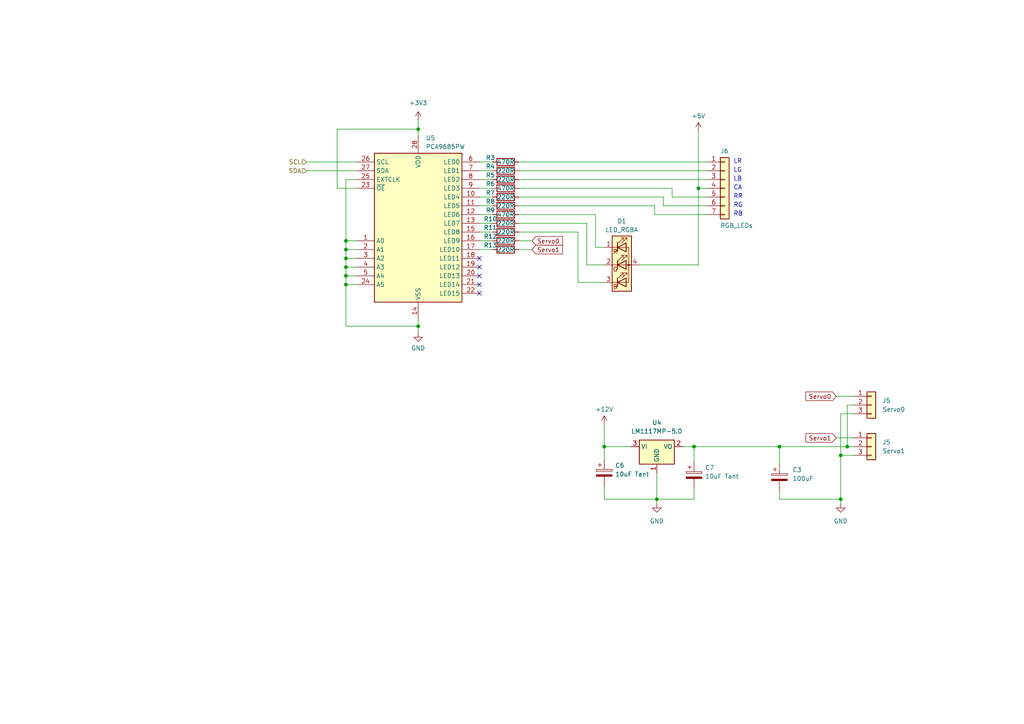
<source format=kicad_sch>
(kicad_sch (version 20230121) (generator eeschema)
  (paper "A4")
  (lib_symbols
    (symbol "Connector_Generic:Conn_01x03" (pin_names (offset 1.016) hide)
      (property "Reference" "J" (at 0 5.08 0))
      (property "Value" "Conn_01x03" (at 0 -5.08 0))
      (symbol "Conn_01x03_1_1"
        (rectangle (start -1.27 -2.413) (end 0 -2.667) (stroke (width 0.1524)))
        (rectangle (start -1.27 0.127) (end 0 -0.127) (stroke (width 0.1524)))
        (rectangle (start -1.27 2.667) (end 0 2.413) (stroke (width 0.1524)))
        (rectangle (start -1.27 3.81) (end 1.27 -3.81) (stroke (width 0.254)) (fill (type background)))
        (pin passive line (at -5.08 2.54 0) (length 3.81) (name "Pin_1") (number "1"))
        (pin passive line (at -5.08 0 0) (length 3.81) (name "Pin_2") (number "2"))
        (pin passive line (at -5.08 -2.54 0) (length 3.81) (name "Pin_3") (number "3"))
      )
    )
    (symbol "Connector_Generic:Conn_01x07" (pin_names (offset 1.016) hide)
      (property "Reference" "J" (at 0 10.16 0))
      (property "Value" "Conn_01x07" (at 0 -10.16 0))
      (symbol "Conn_01x07_1_1"
        (rectangle (start -1.27 -7.493) (end 0 -7.747) (stroke (width 0.1524)))
        (rectangle (start -1.27 -4.953) (end 0 -5.207) (stroke (width 0.1524)))
        (rectangle (start -1.27 -2.413) (end 0 -2.667) (stroke (width 0.1524)))
        (rectangle (start -1.27 0.127) (end 0 -0.127) (stroke (width 0.1524)))
        (rectangle (start -1.27 2.667) (end 0 2.413) (stroke (width 0.1524)))
        (rectangle (start -1.27 5.207) (end 0 4.953) (stroke (width 0.1524)))
        (rectangle (start -1.27 7.747) (end 0 7.493) (stroke (width 0.1524)))
        (rectangle (start -1.27 8.89) (end 1.27 -8.89) (stroke (width 0.254)) (fill (type background)))
        (pin passive line (at -5.08 7.62 0) (length 3.81) (name "Pin_1") (number "1"))
        (pin passive line (at -5.08 5.08 0) (length 3.81) (name "Pin_2") (number "2"))
        (pin passive line (at -5.08 2.54 0) (length 3.81) (name "Pin_3") (number "3"))
        (pin passive line (at -5.08 0 0) (length 3.81) (name "Pin_4") (number "4"))
        (pin passive line (at -5.08 -2.54 0) (length 3.81) (name "Pin_5") (number "5"))
        (pin passive line (at -5.08 -5.08 0) (length 3.81) (name "Pin_6") (number "6"))
        (pin passive line (at -5.08 -7.62 0) (length 3.81) (name "Pin_7") (number "7"))
      )
    )
    (symbol "Device:C_Polarized" (pin_numbers hide) (pin_names (offset 0.254))
      (property "Reference" "C" (at 0.635 2.54 0))
      (property "Value" "C_Polarized" (at 0.635 -2.54 0))
      (symbol "C_Polarized_0_1"
        (rectangle (start -2.286 0.508) (end 2.286 1.016))
        (polyline (pts (xy -1.778 2.286) (xy -0.762 2.286)))
        (polyline (pts (xy -1.27 2.794) (xy -1.27 1.778)))
        (rectangle (start 2.286 -0.508) (end -2.286 -1.016) (fill (type outline)))
      )
      (symbol "C_Polarized_1_1"
        (pin passive line (at 0 3.81 270) (length 2.794) (name "~") (number "1"))
        (pin passive line (at 0 -3.81 90) (length 2.794) (name "~") (number "2"))
      )
    )
    (symbol "Device:LED_RGBA" (pin_names (offset 0) hide)
      (property "Reference" "D" (at 0 9.398 0))
      (property "Value" "LED_RGBA" (at 0 -8.89 0))
      (symbol "LED_RGBA_0_0"
        (text "B" (at -1.905 -6.35 0) (effects (font (size 1.27 1.27))))
        (text "G" (at -1.905 -1.27 0) (effects (font (size 1.27 1.27))))
        (text "R" (at -1.905 3.81 0) (effects (font (size 1.27 1.27))))
      )
      (symbol "LED_RGBA_0_1"
        (polyline (pts (xy -1.27 -5.08) (xy -2.54 -5.08)))
        (polyline (pts (xy -1.27 -5.08) (xy 1.27 -5.08)))
        (polyline (pts (xy -1.27 -3.81) (xy -1.27 -6.35)) (stroke (width 0.254)))
        (polyline (pts (xy -1.27 0) (xy -2.54 0)))
        (polyline (pts (xy -1.27 1.27) (xy -1.27 -1.27)) (stroke (width 0.254)))
        (polyline (pts (xy -1.27 5.08) (xy -2.54 5.08)))
        (polyline (pts (xy -1.27 5.08) (xy 1.27 5.08)))
        (polyline (pts (xy -1.27 6.35) (xy -1.27 3.81)) (stroke (width 0.254)))
        (polyline (pts (xy 1.27 0) (xy -1.27 0)))
        (polyline (pts (xy 1.27 0) (xy 2.54 0)))
        (polyline (pts (xy -1.27 1.27) (xy -1.27 -1.27) (xy -1.27 -1.27)))
        (polyline (pts (xy -1.27 6.35) (xy -1.27 3.81) (xy -1.27 3.81)))
        (polyline (pts (xy 1.27 -5.08) (xy 2.032 -5.08) (xy 2.032 5.08) (xy 1.27 5.08)))
        (polyline (pts (xy 1.27 -3.81) (xy 1.27 -6.35) (xy -1.27 -5.08) (xy 1.27 -3.81)) (stroke (width 0.254)))
        (polyline (pts (xy 1.27 1.27) (xy 1.27 -1.27) (xy -1.27 0) (xy 1.27 1.27)) (stroke (width 0.254)))
        (polyline (pts (xy 1.27 6.35) (xy 1.27 3.81) (xy -1.27 5.08) (xy 1.27 6.35)) (stroke (width 0.254)))
        (polyline (pts (xy -1.016 -3.81) (xy 0.508 -2.286) (xy -0.254 -2.286) (xy 0.508 -2.286) (xy 0.508 -3.048)))
        (polyline (pts (xy -1.016 1.27) (xy 0.508 2.794) (xy -0.254 2.794) (xy 0.508 2.794) (xy 0.508 2.032)))
        (polyline (pts (xy -1.016 6.35) (xy 0.508 7.874) (xy -0.254 7.874) (xy 0.508 7.874) (xy 0.508 7.112)))
        (polyline (pts (xy 0 -3.81) (xy 1.524 -2.286) (xy 0.762 -2.286) (xy 1.524 -2.286) (xy 1.524 -3.048)))
        (polyline (pts (xy 0 1.27) (xy 1.524 2.794) (xy 0.762 2.794) (xy 1.524 2.794) (xy 1.524 2.032)))
        (polyline (pts (xy 0 6.35) (xy 1.524 7.874) (xy 0.762 7.874) (xy 1.524 7.874) (xy 1.524 7.112)))
        (rectangle (start 1.27 -1.27) (end 1.27 1.27))
        (rectangle (start 1.27 1.27) (end 1.27 1.27))
        (rectangle (start 1.27 3.81) (end 1.27 6.35))
        (rectangle (start 1.27 6.35) (end 1.27 6.35))
        (circle (center 2.032 0) (radius 0.254) (fill (type outline)))
        (rectangle (start 2.794 8.382) (end -2.794 -7.62) (stroke (width 0.254)) (fill (type background)))
      )
      (symbol "LED_RGBA_1_1"
        (pin passive line (at -5.08 5.08 0) (length 2.54) (name "RK") (number "1"))
        (pin passive line (at -5.08 0 0) (length 2.54) (name "GK") (number "2"))
        (pin passive line (at -5.08 -5.08 0) (length 2.54) (name "BK") (number "3"))
        (pin passive line (at 5.08 0 180) (length 2.54) (name "A") (number "4"))
      )
    )
    (symbol "Device:R" (pin_numbers hide) (pin_names (offset 0))
      (property "Reference" "R" (at 2.032 0 90))
      (property "Value" "R" (at 0 0 90))
      (symbol "R_0_1"
        (rectangle (start -1.016 -2.54) (end 1.016 2.54) (stroke (width 0.254)))
      )
      (symbol "R_1_1"
        (pin passive line (at 0 3.81 270) (length 1.27) (name "~") (number "1"))
        (pin passive line (at 0 -3.81 90) (length 1.27) (name "~") (number "2"))
      )
    )
    (symbol "Driver_LED:PCA9685PW"
      (property "Reference" "U" (at -12.7 22.225 0))
      (property "Value" "PCA9685PW" (at 1.27 22.225 0))
      (symbol "PCA9685PW_0_1"
        (rectangle (start -12.7 20.32) (end 12.7 -22.86) (stroke (width 0.254)) (fill (type background)))
      )
      (symbol "PCA9685PW_1_1"
        (pin input line (at -17.78 -5.08 0) (length 5.08) (name "A0") (number "1"))
        (pin output line (at 17.78 7.62 180) (length 5.08) (name "LED4") (number "10"))
        (pin output line (at 17.78 5.08 180) (length 5.08) (name "LED5") (number "11"))
        (pin output line (at 17.78 2.54 180) (length 5.08) (name "LED6") (number "12"))
        (pin output line (at 17.78 0 180) (length 5.08) (name "LED7") (number "13"))
        (pin power_in line (at 0 -27.94 90) (length 5.08) (name "VSS") (number "14"))
        (pin output line (at 17.78 -2.54 180) (length 5.08) (name "LED8") (number "15"))
        (pin output line (at 17.78 -5.08 180) (length 5.08) (name "LED9") (number "16"))
        (pin output line (at 17.78 -7.62 180) (length 5.08) (name "LED10") (number "17"))
        (pin output line (at 17.78 -10.16 180) (length 5.08) (name "LED11") (number "18"))
        (pin output line (at 17.78 -12.7 180) (length 5.08) (name "LED12") (number "19"))
        (pin input line (at -17.78 -7.62 0) (length 5.08) (name "A1") (number "2"))
        (pin output line (at 17.78 -15.24 180) (length 5.08) (name "LED13") (number "20"))
        (pin output line (at 17.78 -17.78 180) (length 5.08) (name "LED14") (number "21"))
        (pin output line (at 17.78 -20.32 180) (length 5.08) (name "LED15") (number "22"))
        (pin input line (at -17.78 10.16 0) (length 5.08) (name "~{OE}") (number "23"))
        (pin input line (at -17.78 -17.78 0) (length 5.08) (name "A5") (number "24"))
        (pin input line (at -17.78 12.7 0) (length 5.08) (name "EXTCLK") (number "25"))
        (pin input line (at -17.78 17.78 0) (length 5.08) (name "SCL") (number "26"))
        (pin bidirectional line (at -17.78 15.24 0) (length 5.08) (name "SDA") (number "27"))
        (pin power_in line (at 0 25.4 270) (length 5.08) (name "VDD") (number "28"))
        (pin input line (at -17.78 -10.16 0) (length 5.08) (name "A2") (number "3"))
        (pin input line (at -17.78 -12.7 0) (length 5.08) (name "A3") (number "4"))
        (pin input line (at -17.78 -15.24 0) (length 5.08) (name "A4") (number "5"))
        (pin output line (at 17.78 17.78 180) (length 5.08) (name "LED0") (number "6"))
        (pin output line (at 17.78 15.24 180) (length 5.08) (name "LED1") (number "7"))
        (pin output line (at 17.78 12.7 180) (length 5.08) (name "LED2") (number "8"))
        (pin output line (at 17.78 10.16 180) (length 5.08) (name "LED3") (number "9"))
      )
    )
    (symbol "Regulator_Linear:LM1117MP-5.0"
      (property "Reference" "U" (at -3.81 3.175 0))
      (property "Value" "LM1117MP-5.0" (at 0 3.175 0))
      (symbol "LM1117MP-5.0_0_1"
        (rectangle (start -5.08 -5.08) (end 5.08 1.905) (stroke (width 0.254)) (fill (type background)))
      )
      (symbol "LM1117MP-5.0_1_1"
        (pin power_in line (at 0 -7.62 90) (length 2.54) (name "GND") (number "1"))
        (pin power_out line (at 7.62 0 180) (length 2.54) (name "VO") (number "2"))
        (pin power_in line (at -7.62 0 0) (length 2.54) (name "VI") (number "3"))
      )
    )
    (symbol "power:+12V" (power) (pin_names (offset 0))
      (property "Value" "+12V" (at 0 3.556 0))
      (symbol "+12V_0_1"
        (polyline (pts (xy -0.762 1.27) (xy 0 2.54)))
        (polyline (pts (xy 0 0) (xy 0 2.54)))
        (polyline (pts (xy 0 2.54) (xy 0.762 1.27)))
      )
      (symbol "+12V_1_1"
        (pin power_in line (at 0 0 90) (length 0) hide (name "+12V") (number "1"))
      )
    )
    (symbol "power:+3V3" (power) (pin_names (offset 0))
      (property "Value" "+3V3" (at 0 3.556 0))
      (symbol "+3V3_0_1"
        (polyline (pts (xy -0.762 1.27) (xy 0 2.54)))
        (polyline (pts (xy 0 0) (xy 0 2.54)))
        (polyline (pts (xy 0 2.54) (xy 0.762 1.27)))
      )
      (symbol "+3V3_1_1"
        (pin power_in line (at 0 0 90) (length 0) hide (name "+3V3") (number "1"))
      )
    )
    (symbol "power:+5V" (power) (pin_names (offset 0))
      (property "Value" "+5V" (at 0 3.556 0))
      (symbol "+5V_0_1"
        (polyline (pts (xy -0.762 1.27) (xy 0 2.54)))
        (polyline (pts (xy 0 0) (xy 0 2.54)))
        (polyline (pts (xy 0 2.54) (xy 0.762 1.27)))
      )
      (symbol "+5V_1_1"
        (pin power_in line (at 0 0 90) (length 0) hide (name "+5V") (number "1"))
      )
    )
    (symbol "power:GND" (power) (pin_names (offset 0))
      (property "Value" "GND" (at 0 -3.81 0))
      (symbol "GND_0_1"
        (polyline (pts (xy 0 0) (xy 0 -1.27) (xy 1.27 -1.27) (xy 0 -2.54) (xy -1.27 -1.27) (xy 0 -1.27)))
      )
      (symbol "GND_1_1"
        (pin power_in line (at 0 0 270) (length 0) hide (name "GND") (number "1"))
      )
    )
  )
  (junction (at 121.285 94.615))
  (junction (at 121.285 37.465))
  (junction (at 243.84 144.78))
  (junction (at 190.5 144.78))
  (junction (at 100.33 77.47))
  (junction (at 201.295 129.54))
  (junction (at 100.33 72.39))
  (junction (at 202.565 54.61))
  (junction (at 100.33 69.85))
  (junction (at 100.33 74.93))
  (junction (at 100.33 82.55))
  (junction (at 245.745 129.54))
  (junction (at 100.33 80.01))
  (junction (at 243.84 132.08))
  (junction (at 226.06 129.54))
  (junction (at 175.26 129.54))
  (no_connect (at 139.065 85.09))
  (no_connect (at 139.065 74.93))
  (no_connect (at 139.065 82.55))
  (no_connect (at 139.065 77.47))
  (no_connect (at 139.065 80.01))
  (wire (pts (xy 139.065 62.23) (xy 142.875 62.23)))
  (wire (pts (xy 150.495 57.15) (xy 192.405 57.15)))
  (wire (pts (xy 139.065 54.61) (xy 142.875 54.61)))
  (wire (pts (xy 189.865 62.23) (xy 189.865 59.69)))
  (wire (pts (xy 100.33 82.55) (xy 103.505 82.55)))
  (wire (pts (xy 150.495 54.61) (xy 194.945 54.61)))
  (wire (pts (xy 242.57 114.935) (xy 247.65 114.935)))
  (wire (pts (xy 150.495 49.53) (xy 205.105 49.53)))
  (wire (pts (xy 150.495 46.99) (xy 205.105 46.99)))
  (wire (pts (xy 201.295 129.54) (xy 226.06 129.54)))
  (wire (pts (xy 172.72 71.755) (xy 175.26 71.755)))
  (wire (pts (xy 192.405 57.15) (xy 192.405 59.69)))
  (wire (pts (xy 139.065 67.31) (xy 142.875 67.31)))
  (wire (pts (xy 201.295 144.78) (xy 201.295 141.605)))
  (wire (pts (xy 100.33 80.01) (xy 100.33 82.55)))
  (wire (pts (xy 139.065 49.53) (xy 142.875 49.53)))
  (wire (pts (xy 247.65 117.475) (xy 245.745 117.475)))
  (wire (pts (xy 175.26 123.19) (xy 175.26 129.54)))
  (wire (pts (xy 175.26 144.78) (xy 190.5 144.78)))
  (wire (pts (xy 139.065 64.77) (xy 142.875 64.77)))
  (wire (pts (xy 226.06 129.54) (xy 245.745 129.54)))
  (wire (pts (xy 150.495 64.77) (xy 170.18 64.77)))
  (wire (pts (xy 100.33 69.85) (xy 100.33 72.39)))
  (wire (pts (xy 97.79 54.61) (xy 97.79 37.465)))
  (wire (pts (xy 243.84 132.08) (xy 243.84 144.78)))
  (wire (pts (xy 100.33 72.39) (xy 100.33 74.93)))
  (wire (pts (xy 100.33 80.01) (xy 103.505 80.01)))
  (wire (pts (xy 139.065 69.85) (xy 142.875 69.85)))
  (wire (pts (xy 88.9 46.99) (xy 103.505 46.99)))
  (wire (pts (xy 139.065 46.99) (xy 142.875 46.99)))
  (wire (pts (xy 139.065 59.69) (xy 142.875 59.69)))
  (wire (pts (xy 243.84 144.78) (xy 243.84 146.05)))
  (wire (pts (xy 247.65 132.08) (xy 243.84 132.08)))
  (wire (pts (xy 226.06 134.62) (xy 226.06 129.54)))
  (wire (pts (xy 175.26 133.35) (xy 175.26 129.54)))
  (wire (pts (xy 150.495 67.31) (xy 167.64 67.31)))
  (wire (pts (xy 202.565 38.1) (xy 202.565 54.61)))
  (wire (pts (xy 194.945 54.61) (xy 194.945 57.15)))
  (wire (pts (xy 150.495 62.23) (xy 172.72 62.23)))
  (wire (pts (xy 245.745 117.475) (xy 245.745 129.54)))
  (wire (pts (xy 202.565 76.835) (xy 202.565 54.61)))
  (wire (pts (xy 139.065 57.15) (xy 142.875 57.15)))
  (wire (pts (xy 121.285 94.615) (xy 121.285 92.71)))
  (wire (pts (xy 100.33 69.85) (xy 103.505 69.85)))
  (wire (pts (xy 175.26 129.54) (xy 182.88 129.54)))
  (wire (pts (xy 172.72 62.23) (xy 172.72 71.755)))
  (wire (pts (xy 121.285 34.925) (xy 121.285 37.465)))
  (wire (pts (xy 190.5 137.16) (xy 190.5 144.78)))
  (wire (pts (xy 100.33 77.47) (xy 100.33 80.01)))
  (wire (pts (xy 205.105 54.61) (xy 202.565 54.61)))
  (wire (pts (xy 139.065 72.39) (xy 142.875 72.39)))
  (wire (pts (xy 150.495 72.39) (xy 154.305 72.39)))
  (wire (pts (xy 97.79 37.465) (xy 121.285 37.465)))
  (wire (pts (xy 150.495 59.69) (xy 189.865 59.69)))
  (wire (pts (xy 247.65 120.015) (xy 243.84 120.015)))
  (wire (pts (xy 167.64 81.915) (xy 175.26 81.915)))
  (wire (pts (xy 150.495 69.85) (xy 154.305 69.85)))
  (wire (pts (xy 185.42 76.835) (xy 202.565 76.835)))
  (wire (pts (xy 88.9 49.53) (xy 103.505 49.53)))
  (wire (pts (xy 190.5 144.78) (xy 190.5 146.05)))
  (wire (pts (xy 139.065 52.07) (xy 142.875 52.07)))
  (wire (pts (xy 198.12 129.54) (xy 201.295 129.54)))
  (wire (pts (xy 121.285 94.615) (xy 121.285 96.52)))
  (wire (pts (xy 100.33 72.39) (xy 103.505 72.39)))
  (wire (pts (xy 100.33 52.07) (xy 100.33 69.85)))
  (wire (pts (xy 170.18 76.835) (xy 175.26 76.835)))
  (wire (pts (xy 121.285 37.465) (xy 121.285 39.37)))
  (wire (pts (xy 150.495 52.07) (xy 205.105 52.07)))
  (wire (pts (xy 100.33 82.55) (xy 100.33 94.615)))
  (wire (pts (xy 226.06 144.78) (xy 243.84 144.78)))
  (wire (pts (xy 100.33 74.93) (xy 103.505 74.93)))
  (wire (pts (xy 175.26 140.97) (xy 175.26 144.78)))
  (wire (pts (xy 192.405 59.69) (xy 205.105 59.69)))
  (wire (pts (xy 245.745 129.54) (xy 247.65 129.54)))
  (wire (pts (xy 194.945 57.15) (xy 205.105 57.15)))
  (wire (pts (xy 190.5 144.78) (xy 201.295 144.78)))
  (wire (pts (xy 103.505 52.07) (xy 100.33 52.07)))
  (wire (pts (xy 100.33 74.93) (xy 100.33 77.47)))
  (wire (pts (xy 242.57 127) (xy 247.65 127)))
  (wire (pts (xy 170.18 64.77) (xy 170.18 76.835)))
  (wire (pts (xy 100.33 94.615) (xy 121.285 94.615)))
  (wire (pts (xy 167.64 67.31) (xy 167.64 81.915)))
  (wire (pts (xy 189.865 62.23) (xy 205.105 62.23)))
  (wire (pts (xy 103.505 54.61) (xy 97.79 54.61)))
  (wire (pts (xy 201.295 129.54) (xy 201.295 133.985)))
  (wire (pts (xy 100.33 77.47) (xy 103.505 77.47)))
  (wire (pts (xy 243.84 120.015) (xy 243.84 132.08)))
  (wire (pts (xy 226.06 142.24) (xy 226.06 144.78)))
  (text "RR" (at 212.725 57.785 0) (effects (font (size 1.27 1.27)) (justify left bottom)))
  (text "LB" (at 212.725 52.705 0) (effects (font (size 1.27 1.27)) (justify left bottom)))
  (text "RB" (at 212.725 62.865 0) (effects (font (size 1.27 1.27)) (justify left bottom)))
  (text "LG" (at 212.725 50.165 0) (effects (font (size 1.27 1.27)) (justify left bottom)))
  (text "CA" (at 212.725 55.245 0) (effects (font (size 1.27 1.27)) (justify left bottom)))
  (text "LR" (at 212.725 47.625 0) (effects (font (size 1.27 1.27)) (justify left bottom)))
  (text "RG" (at 212.725 60.325 0) (effects (font (size 1.27 1.27)) (justify left bottom)))
  (global_label "Servo0" (shape input) (at 154.305 69.85 0) (property "Intersheetrefs" "${INTERSHEET_REFS}" (effects hide)))
  (global_label "Servo1" (shape input) (at 242.57 127 180) (property "Intersheetrefs" "${INTERSHEET_REFS}" (effects hide)))
  (global_label "Servo1" (shape input) (at 154.305 72.39 0) (property "Intersheetrefs" "${INTERSHEET_REFS}" (effects hide)))
  (global_label "Servo0" (shape input) (at 242.57 114.935 180) (property "Intersheetrefs" "${INTERSHEET_REFS}" (effects hide)))
  (hierarchical_label "SCL" (shape input) (at 88.9 46.99 180))
  (hierarchical_label "SDA" (shape input) (at 88.9 49.53 180))
  (symbol (lib_id "Device:R") (at 146.685 49.53 90) (unit 1)
    (property "Reference" "R4" (at 142.24 48.26 90))
    (property "Value" "220R" (at 146.685 49.53 90))
  )
  (symbol (lib_id "power:GND") (at 243.84 146.05 0) (unit 1)
    (property "Reference" "#PWR014" (effects hide))
    (property "Value" "GND" (at 243.84 151.13 0))
    (instances (project "valiant-turtle-2" (path "" (reference "#PWR014") (unit 1)) (path "" (reference "#PWR024") (unit 1))))
  )
  (symbol (lib_id "Device:R") (at 146.685 72.39 90) (unit 1)
    (property "Reference" "R13" (at 142.24 71.12 90))
    (property "Value" "220R" (at 146.685 72.39 90))
  )
  (symbol (lib_id "Device:C_Polarized") (at 201.295 137.795 0) (unit 1)
    (property "Reference" "C7" (at 204.47 135.636 0) (effects (justify left)))
    (property "Value" "10uF Tant" (at 204.47 138.176 0) (effects (justify left)))
    (instances (project "valiant-turtle-2" (path "" (reference "C7") (unit 1)) (path "" (reference "C6") (unit 1))))
  )
  (symbol (lib_id "Device:R") (at 146.685 67.31 90) (unit 1)
    (property "Reference" "R11" (at 142.24 66.04 90))
    (property "Value" "220R" (at 146.685 67.31 90))
  )
  (symbol (lib_id "Device:R") (at 146.685 54.61 90) (unit 1)
    (property "Reference" "R6" (at 142.24 53.34 90))
    (property "Value" "470R" (at 146.685 54.61 90))
  )
  (symbol (lib_id "Device:R") (at 146.685 69.85 90) (unit 1)
    (property "Reference" "R12" (at 142.24 68.58 90))
    (property "Value" "220R" (at 146.685 69.85 90))
  )
  (symbol (lib_id "power:+3V3") (at 121.285 34.925 0) (unit 1)
    (property "Reference" "#PWR025" (effects hide))
    (property "Value" "+3V3" (at 121.285 29.845 0))
  )
  (symbol (lib_id "Device:R") (at 146.685 64.77 90) (unit 1)
    (property "Reference" "R10" (at 142.24 63.5 90))
    (property "Value" "220R" (at 146.685 64.77 90))
  )
  (symbol (lib_id "Device:C_Polarized") (at 175.26 137.16 0) (unit 1)
    (property "Reference" "C6" (at 178.435 135.001 0) (effects (justify left)))
    (property "Value" "10uF Tant" (at 178.435 137.541 0) (effects (justify left)))
    (instances (project "valiant-turtle-2" (path "" (reference "C6") (unit 1)) (path "" (reference "C3") (unit 1))))
  )
  (symbol (lib_id "Device:R") (at 146.685 52.07 90) (unit 1)
    (property "Reference" "R5" (at 142.24 50.8 90))
    (property "Value" "220R" (at 146.685 52.07 90))
  )
  (symbol (lib_id "power:GND") (at 190.5 146.05 0) (unit 1)
    (property "Reference" "#PWR025" (effects hide))
    (property "Value" "GND" (at 190.5 151.13 0))
    (instances (project "valiant-turtle-2" (path "" (reference "#PWR025") (unit 1)) (path "" (reference "#PWR014") (unit 1))))
  )
  (symbol (lib_id "power:+12V") (at 175.26 123.19 0) (unit 1)
    (property "Reference" "#PWR024" (effects hide))
    (property "Value" "+12V" (at 175.26 118.745 0))
    (instances (project "valiant-turtle-2" (path "" (reference "#PWR024") (unit 1)) (path "" (reference "#PWR013") (unit 1))))
  )
  (symbol (lib_id "Connector_Generic:Conn_01x07") (at 210.185 54.61 0) (unit 1)
    (property "Reference" "J6" (at 208.915 43.815 0) (effects (justify left)))
    (property "Value" "RGB_LEDs" (at 208.915 65.405 0) (effects (justify left)))
  )
  (symbol (lib_id "Device:R") (at 146.685 59.69 90) (unit 1)
    (property "Reference" "R8" (at 142.24 58.42 90))
    (property "Value" "220R" (at 146.685 59.69 90))
  )
  (symbol (lib_id "Device:LED_RGBA") (at 180.34 76.835 0) (unit 1)
    (property "Reference" "D1" (at 180.34 64.135 0))
    (property "Value" "LED_RGBA" (at 180.34 66.675 0))
  )
  (symbol (lib_id "Device:R") (at 146.685 46.99 90) (unit 1)
    (property "Reference" "R3" (at 142.24 45.72 90))
    (property "Value" "470R" (at 146.685 46.99 90))
  )
  (symbol (lib_id "power:GND") (at 121.285 96.52 0) (unit 1)
    (property "Reference" "#PWR026" (effects hide))
    (property "Value" "GND" (at 121.285 100.965 0))
  )
  (symbol (lib_id "Device:R") (at 146.685 57.15 90) (unit 1)
    (property "Reference" "R7" (at 142.24 55.88 90))
    (property "Value" "220R" (at 146.685 57.15 90))
  )
  (symbol (lib_id "Device:R") (at 146.685 62.23 90) (unit 1)
    (property "Reference" "R9" (at 142.24 60.96 90))
    (property "Value" "470R" (at 146.685 62.23 90))
  )
  (symbol (lib_id "Connector_Generic:Conn_01x03") (at 252.73 117.475 0) (unit 1)
    (property "Reference" "J5" (at 255.905 116.205 0) (effects (justify left)))
    (property "Value" "Servo0" (at 255.905 118.745 0) (effects (justify left)))
    (instances (project "valiant-turtle-2" (path "" (reference "J5") (unit 1)) (path "" (reference "J7") (unit 1))))
  )
  (symbol (lib_id "Device:C_Polarized") (at 226.06 138.43 0) (unit 1)
    (property "Reference" "C3" (at 229.87 136.271 0) (effects (justify left)))
    (property "Value" "100uF" (at 229.87 138.811 0) (effects (justify left)))
    (instances (project "valiant-turtle-2" (path "" (reference "C3") (unit 1)) (path "" (reference "C7") (unit 1))))
  )
  (symbol (lib_id "power:+5V") (at 202.565 38.1 0) (unit 1)
    (property "Reference" "#PWR027" (effects hide))
    (property "Value" "+5V" (at 202.565 33.655 0))
  )
  (symbol (lib_id "Driver_LED:PCA9685PW") (at 121.285 64.77 0) (unit 1)
    (property "Reference" "U5" (at 123.4791 40.005 0) (effects (justify left)))
    (property "Value" "PCA9685PW" (at 123.4791 42.545 0) (effects (justify left)))
    (property "Footprint" "Package_SO:TSSOP-28_4.4x9.7mm_P0.65mm" (effects hide))
    (property "Datasheet" "http://www.nxp.com/docs/en/data-sheet/PCA9685.pdf" (effects hide))
  )
  (symbol (lib_id "Regulator_Linear:LM1117MP-5.0") (at 190.5 129.54 0) (unit 1)
    (property "Reference" "U4" (at 190.5 122.555 0))
    (property "Value" "LM1117MP-5.0" (at 190.5 125.095 0))
    (property "Footprint" "Package_TO_SOT_SMD:SOT-223-3_TabPin2" (effects hide))
    (property "Datasheet" "http://www.ti.com/lit/ds/symlink/lm1117.pdf" (effects hide))
  )
  (symbol (lib_id "Connector_Generic:Conn_01x03") (at 252.73 129.54 0) (unit 1)
    (property "Reference" "J5" (at 255.905 128.27 0) (effects (justify left)))
    (property "Value" "Servo1" (at 255.905 130.81 0) (effects (justify left)))
  )
)
</source>
